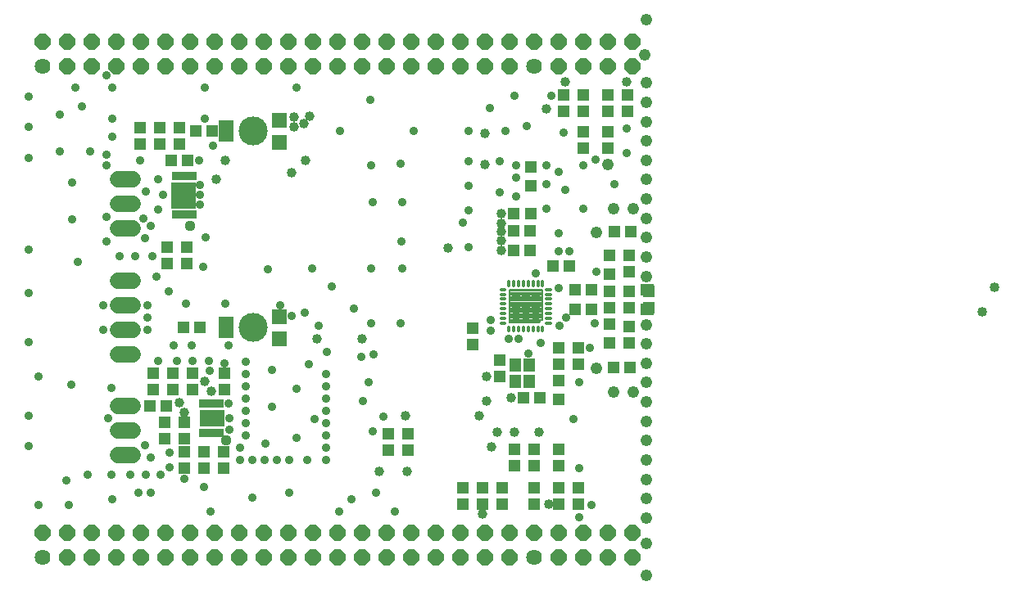
<source format=gts>
G75*
%MOIN*%
%OFA0B0*%
%FSLAX25Y25*%
%IPPOS*%
%LPD*%
%AMOC8*
5,1,8,0,0,1.08239X$1,22.5*
%
%ADD10C,0.11824*%
%ADD11R,0.05131X0.04737*%
%ADD12R,0.04934X0.05052*%
%ADD13R,0.04737X0.05131*%
%ADD14R,0.04737X0.04737*%
%ADD15C,0.01378*%
%ADD16C,0.00787*%
%ADD17C,0.06400*%
%ADD18OC8,0.06400*%
%ADD19R,0.05800X0.04737*%
%ADD20C,0.03981*%
%ADD21R,0.04737X0.05524*%
%ADD22C,0.06800*%
%ADD23R,0.02000X0.03600*%
%ADD24R,0.09900X0.10637*%
%ADD25R,0.09900X0.06700*%
%ADD26R,0.05918X0.05918*%
%ADD27R,0.05918X0.08674*%
%ADD28C,0.04762*%
%ADD29C,0.03581*%
%ADD30C,0.03975*%
%ADD31C,0.04369*%
D10*
X0155595Y0154933D03*
X0155595Y0234933D03*
D11*
X0128997Y0223008D03*
X0122304Y0223008D03*
X0125595Y0229587D03*
X0117595Y0229587D03*
X0117595Y0236280D03*
X0125595Y0236280D03*
X0109595Y0236280D03*
X0109595Y0229587D03*
X0120595Y0187780D03*
X0128595Y0187780D03*
X0128595Y0181087D03*
X0120595Y0181087D03*
X0123095Y0136280D03*
X0115095Y0136280D03*
X0115095Y0129587D03*
X0123095Y0129587D03*
X0119595Y0116280D03*
X0127595Y0116280D03*
X0127595Y0109587D03*
X0127595Y0104280D03*
X0135595Y0104280D03*
X0143595Y0104280D03*
X0143595Y0097587D03*
X0135595Y0097587D03*
X0127595Y0097587D03*
X0119595Y0109587D03*
X0144095Y0129587D03*
X0144095Y0136280D03*
X0210595Y0111780D03*
X0218595Y0111780D03*
X0218595Y0105087D03*
X0210595Y0105087D03*
X0241095Y0089780D03*
X0249095Y0089780D03*
X0257095Y0089780D03*
X0270095Y0089780D03*
X0270095Y0083087D03*
X0257095Y0083087D03*
X0249095Y0083087D03*
X0241095Y0083087D03*
X0262095Y0098587D03*
X0270095Y0098587D03*
X0270095Y0105280D03*
X0262095Y0105280D03*
X0280095Y0105280D03*
X0280095Y0098587D03*
X0280095Y0089780D03*
X0288095Y0089780D03*
X0288095Y0083087D03*
X0280095Y0083087D03*
X0272442Y0126433D03*
X0265749Y0126433D03*
X0280095Y0140087D03*
X0280095Y0146780D03*
X0302339Y0138510D03*
X0309032Y0138510D03*
X0316595Y0163087D03*
X0316595Y0169780D03*
X0284262Y0179941D03*
X0277570Y0179941D03*
X0268442Y0186433D03*
X0261749Y0186433D03*
X0261749Y0194433D03*
X0268442Y0194433D03*
X0302516Y0193923D03*
X0309209Y0193923D03*
X0300095Y0228087D03*
X0290095Y0228087D03*
X0290095Y0234780D03*
X0300095Y0234780D03*
X0300095Y0243087D03*
X0300095Y0249780D03*
X0308095Y0249780D03*
X0308095Y0243087D03*
X0290095Y0243087D03*
X0290095Y0249780D03*
X0282095Y0249780D03*
X0282095Y0243087D03*
X0245095Y0154780D03*
X0245095Y0148087D03*
D12*
X0261650Y0201433D03*
X0268540Y0201433D03*
D13*
X0308595Y0184280D03*
X0308595Y0177587D03*
X0308595Y0169780D03*
X0308595Y0163087D03*
X0300595Y0163087D03*
X0300595Y0169780D03*
X0293442Y0170433D03*
X0286749Y0170433D03*
X0286749Y0162433D03*
X0293442Y0162433D03*
X0308595Y0155280D03*
X0308595Y0148587D03*
X0288095Y0146780D03*
X0288095Y0140087D03*
X0255823Y0141709D03*
X0255823Y0135016D03*
X0133942Y0154933D03*
X0127249Y0154933D03*
X0131095Y0136280D03*
X0131095Y0129587D03*
X0120442Y0122933D03*
X0113749Y0122933D03*
X0132249Y0234933D03*
X0138942Y0234933D03*
D14*
X0268595Y0220370D03*
X0268595Y0212496D03*
X0300595Y0184370D03*
X0300595Y0176496D03*
X0300595Y0156370D03*
X0300595Y0148496D03*
X0280095Y0133370D03*
X0280095Y0125496D03*
D15*
X0273442Y0153520D02*
X0273442Y0155094D01*
X0271473Y0155094D02*
X0271473Y0153520D01*
X0269505Y0153520D02*
X0269505Y0155094D01*
X0267536Y0155094D02*
X0267536Y0153520D01*
X0265568Y0153520D02*
X0265568Y0155094D01*
X0263599Y0155094D02*
X0263599Y0153520D01*
X0261631Y0153520D02*
X0261631Y0155094D01*
X0259662Y0155094D02*
X0259662Y0153520D01*
X0258087Y0156669D02*
X0256512Y0156669D01*
X0256512Y0158638D02*
X0258087Y0158638D01*
X0258087Y0160606D02*
X0256512Y0160606D01*
X0256512Y0162575D02*
X0258087Y0162575D01*
X0258087Y0164543D02*
X0256512Y0164543D01*
X0256512Y0166512D02*
X0258087Y0166512D01*
X0258087Y0168480D02*
X0256512Y0168480D01*
X0256512Y0170449D02*
X0258087Y0170449D01*
X0259662Y0172024D02*
X0259662Y0173598D01*
X0261631Y0173598D02*
X0261631Y0172024D01*
X0263599Y0172024D02*
X0263599Y0173598D01*
X0265568Y0173598D02*
X0265568Y0172024D01*
X0267536Y0172024D02*
X0267536Y0173598D01*
X0269505Y0173598D02*
X0269505Y0172024D01*
X0271473Y0172024D02*
X0271473Y0173598D01*
X0273442Y0173598D02*
X0273442Y0172024D01*
X0275016Y0170449D02*
X0276591Y0170449D01*
X0276591Y0168480D02*
X0275016Y0168480D01*
X0275016Y0166512D02*
X0276591Y0166512D01*
X0276591Y0164543D02*
X0275016Y0164543D01*
X0275016Y0162575D02*
X0276591Y0162575D01*
X0276591Y0160606D02*
X0275016Y0160606D01*
X0275016Y0158638D02*
X0276591Y0158638D01*
X0276591Y0156669D02*
X0275016Y0156669D01*
D16*
X0273245Y0158047D02*
X0273245Y0170252D01*
X0259859Y0170252D01*
X0259859Y0156866D01*
X0272064Y0156866D01*
X0272060Y0157142D01*
X0272130Y0157409D01*
X0272267Y0157649D01*
X0272462Y0157844D01*
X0272702Y0157981D01*
X0272969Y0158050D01*
X0273245Y0158047D01*
X0272900Y0158033D02*
X0259859Y0158033D01*
X0259859Y0158819D02*
X0273245Y0158819D01*
X0273245Y0159605D02*
X0259859Y0159605D01*
X0259859Y0160390D02*
X0273245Y0160390D01*
X0273245Y0161176D02*
X0259859Y0161176D01*
X0259859Y0161962D02*
X0273245Y0161962D01*
X0273245Y0162748D02*
X0259859Y0162748D01*
X0259859Y0163534D02*
X0273245Y0163534D01*
X0273245Y0164320D02*
X0259859Y0164320D01*
X0259859Y0165106D02*
X0273245Y0165106D01*
X0273245Y0165892D02*
X0259859Y0165892D01*
X0259859Y0166678D02*
X0273245Y0166678D01*
X0273245Y0167464D02*
X0259859Y0167464D01*
X0259859Y0168250D02*
X0273245Y0168250D01*
X0273245Y0169035D02*
X0259859Y0169035D01*
X0259859Y0169821D02*
X0273245Y0169821D01*
X0272088Y0157247D02*
X0259859Y0157247D01*
D17*
X0070095Y0061433D03*
X0270095Y0061433D03*
X0270095Y0261433D03*
X0070095Y0261433D03*
D18*
X0080095Y0261433D03*
X0090095Y0261433D03*
X0100095Y0261433D03*
X0110095Y0261433D03*
X0120095Y0261433D03*
X0130095Y0261433D03*
X0130095Y0271433D03*
X0120095Y0271433D03*
X0110095Y0271433D03*
X0100095Y0271433D03*
X0090095Y0271433D03*
X0080095Y0271433D03*
X0070095Y0271433D03*
X0140095Y0271433D03*
X0150095Y0271433D03*
X0160095Y0271433D03*
X0170095Y0271433D03*
X0180095Y0271433D03*
X0190095Y0271433D03*
X0200095Y0271433D03*
X0200095Y0261433D03*
X0190095Y0261433D03*
X0180095Y0261433D03*
X0170095Y0261433D03*
X0160095Y0261433D03*
X0150095Y0261433D03*
X0140095Y0261433D03*
X0210095Y0261433D03*
X0220095Y0261433D03*
X0230095Y0261433D03*
X0240095Y0261433D03*
X0250095Y0261433D03*
X0260095Y0261433D03*
X0260095Y0271433D03*
X0250095Y0271433D03*
X0240095Y0271433D03*
X0230095Y0271433D03*
X0220095Y0271433D03*
X0210095Y0271433D03*
X0270095Y0271433D03*
X0280095Y0271433D03*
X0290095Y0271433D03*
X0300095Y0271433D03*
X0310095Y0271433D03*
X0310095Y0261433D03*
X0300095Y0261433D03*
X0290095Y0261433D03*
X0280095Y0261433D03*
X0280095Y0071433D03*
X0290095Y0071433D03*
X0300095Y0071433D03*
X0310095Y0071433D03*
X0310095Y0061433D03*
X0300095Y0061433D03*
X0290095Y0061433D03*
X0280095Y0061433D03*
X0270095Y0071433D03*
X0260095Y0071433D03*
X0250095Y0071433D03*
X0240095Y0071433D03*
X0230095Y0071433D03*
X0220095Y0071433D03*
X0210095Y0071433D03*
X0200095Y0071433D03*
X0190095Y0071433D03*
X0180095Y0071433D03*
X0170095Y0071433D03*
X0160095Y0071433D03*
X0150095Y0071433D03*
X0140095Y0071433D03*
X0130095Y0071433D03*
X0120095Y0071433D03*
X0110095Y0071433D03*
X0100095Y0071433D03*
X0090095Y0071433D03*
X0080095Y0071433D03*
X0070095Y0071433D03*
X0080095Y0061433D03*
X0090095Y0061433D03*
X0100095Y0061433D03*
X0110095Y0061433D03*
X0120095Y0061433D03*
X0130095Y0061433D03*
X0140095Y0061433D03*
X0150095Y0061433D03*
X0160095Y0061433D03*
X0170095Y0061433D03*
X0180095Y0061433D03*
X0190095Y0061433D03*
X0200095Y0061433D03*
X0210095Y0061433D03*
X0220095Y0061433D03*
X0230095Y0061433D03*
X0240095Y0061433D03*
X0250095Y0061433D03*
X0260095Y0061433D03*
D19*
X0316030Y0162398D03*
X0316030Y0170321D03*
D20*
X0452349Y0161463D03*
X0457320Y0171256D03*
D21*
X0267851Y0139780D03*
X0262339Y0139780D03*
X0262339Y0133087D03*
X0267851Y0133087D03*
D22*
X0106595Y0122933D02*
X0100595Y0122933D01*
X0100595Y0112933D02*
X0106595Y0112933D01*
X0106595Y0102933D02*
X0100595Y0102933D01*
X0100595Y0143933D02*
X0106595Y0143933D01*
X0106595Y0153933D02*
X0100595Y0153933D01*
X0100595Y0163933D02*
X0106595Y0163933D01*
X0106595Y0173933D02*
X0100595Y0173933D01*
X0100595Y0195433D02*
X0106595Y0195433D01*
X0106595Y0205433D02*
X0100595Y0205433D01*
X0100595Y0215433D02*
X0106595Y0215433D01*
D23*
X0123695Y0216802D03*
X0125595Y0216802D03*
X0127595Y0216802D03*
X0129595Y0216802D03*
X0131495Y0216802D03*
X0131495Y0201065D03*
X0129595Y0201065D03*
X0127595Y0201065D03*
X0125595Y0201065D03*
X0123695Y0201065D03*
X0134695Y0123833D03*
X0136595Y0123833D03*
X0138595Y0123833D03*
X0140595Y0123833D03*
X0142495Y0123833D03*
X0142495Y0112033D03*
X0140595Y0112033D03*
X0138595Y0112033D03*
X0136595Y0112033D03*
X0134695Y0112033D03*
D24*
X0127195Y0208733D03*
D25*
X0138995Y0118133D03*
D26*
X0166422Y0150406D03*
X0166422Y0159461D03*
X0166422Y0230406D03*
X0166422Y0239461D03*
D27*
X0144768Y0234933D03*
X0144768Y0154933D03*
D28*
X0295351Y0138411D03*
X0302241Y0128569D03*
X0310115Y0128569D03*
X0315489Y0132506D03*
X0315489Y0124632D03*
X0315489Y0116758D03*
X0315489Y0108884D03*
X0315489Y0101010D03*
X0315489Y0093136D03*
X0315489Y0085262D03*
X0315489Y0077388D03*
X0315489Y0067014D03*
X0315489Y0054140D03*
X0315489Y0140380D03*
X0315489Y0148254D03*
X0315489Y0156128D03*
X0315489Y0175813D03*
X0315489Y0183687D03*
X0315489Y0191561D03*
X0315489Y0199435D03*
X0310115Y0203372D03*
X0315489Y0207309D03*
X0315489Y0215183D03*
X0315489Y0223057D03*
X0315489Y0230931D03*
X0315489Y0238805D03*
X0315489Y0246679D03*
X0315489Y0254553D03*
X0314989Y0265927D03*
X0315489Y0280301D03*
X0300095Y0221433D03*
X0302241Y0203372D03*
X0295351Y0193530D03*
D29*
X0290036Y0203402D03*
X0282536Y0210902D03*
X0280036Y0218402D03*
X0275036Y0220902D03*
X0262536Y0220902D03*
X0262536Y0215902D03*
X0262536Y0208402D03*
X0255823Y0210144D03*
X0243323Y0212644D03*
X0243323Y0202644D03*
X0240823Y0197644D03*
X0243323Y0187644D03*
X0215823Y0190144D03*
X0216190Y0179130D03*
X0203690Y0179130D03*
X0187690Y0171630D03*
X0179690Y0179130D03*
X0161690Y0178630D03*
X0144190Y0164630D03*
X0128190Y0164630D03*
X0121190Y0169630D03*
X0116190Y0175630D03*
X0114690Y0184130D03*
X0107690Y0184130D03*
X0101190Y0184130D03*
X0096095Y0189933D03*
X0084323Y0181644D03*
X0064323Y0186644D03*
X0081823Y0199144D03*
X0096095Y0199933D03*
X0111095Y0199433D03*
X0114095Y0196433D03*
X0111595Y0191433D03*
X0117095Y0202933D03*
X0124595Y0205433D03*
X0127595Y0208933D03*
X0130095Y0211933D03*
X0134095Y0212933D03*
X0134095Y0208933D03*
X0130095Y0205433D03*
X0134095Y0204933D03*
X0124595Y0211933D03*
X0119095Y0208933D03*
X0112095Y0210433D03*
X0117095Y0215433D03*
X0109595Y0222933D03*
X0096095Y0220933D03*
X0096095Y0225433D03*
X0089323Y0226644D03*
X0098323Y0232644D03*
X0098323Y0240144D03*
X0085823Y0245144D03*
X0076823Y0241644D03*
X0064323Y0236644D03*
X0076823Y0226644D03*
X0064323Y0224144D03*
X0081823Y0214144D03*
X0133595Y0222933D03*
X0139323Y0229144D03*
X0135823Y0240144D03*
X0135823Y0252644D03*
X0098323Y0252644D03*
X0095823Y0257644D03*
X0083323Y0252644D03*
X0064323Y0249144D03*
X0136190Y0191630D03*
X0135190Y0179630D03*
X0112690Y0164130D03*
X0112690Y0159130D03*
X0112690Y0154130D03*
X0123190Y0147630D03*
X0130690Y0147630D03*
X0131095Y0141433D03*
X0137595Y0141433D03*
X0138095Y0137433D03*
X0144095Y0140433D03*
X0152690Y0141130D03*
X0152690Y0136130D03*
X0152690Y0131130D03*
X0152690Y0126130D03*
X0145595Y0123933D03*
X0152690Y0121130D03*
X0152690Y0116130D03*
X0146095Y0117933D03*
X0142434Y0118189D03*
X0139284Y0118189D03*
X0136135Y0118189D03*
X0146095Y0113433D03*
X0152690Y0111130D03*
X0150190Y0106130D03*
X0150190Y0101130D03*
X0155190Y0101130D03*
X0160190Y0101130D03*
X0165190Y0101130D03*
X0170190Y0101130D03*
X0177690Y0101130D03*
X0185190Y0101130D03*
X0185190Y0106130D03*
X0185190Y0111130D03*
X0185190Y0116130D03*
X0180690Y0117630D03*
X0185190Y0121130D03*
X0185190Y0126130D03*
X0185190Y0131130D03*
X0185190Y0136130D03*
X0178190Y0140130D03*
X0185690Y0145130D03*
X0182190Y0155630D03*
X0176690Y0161130D03*
X0171190Y0159630D03*
X0166690Y0164130D03*
X0145690Y0147630D03*
X0163190Y0137630D03*
X0173190Y0130130D03*
X0163190Y0122630D03*
X0173190Y0110130D03*
X0160690Y0107630D03*
X0135690Y0090130D03*
X0127595Y0093433D03*
X0121595Y0097933D03*
X0118095Y0094933D03*
X0112095Y0094933D03*
X0105595Y0094933D03*
X0098095Y0094933D03*
X0109012Y0087496D03*
X0114091Y0087496D03*
X0098190Y0085130D03*
X0088190Y0095130D03*
X0079642Y0092732D03*
X0080690Y0082630D03*
X0068190Y0082630D03*
X0064323Y0106644D03*
X0064323Y0119144D03*
X0081690Y0131630D03*
X0068190Y0135130D03*
X0064323Y0149144D03*
X0064323Y0169144D03*
X0094690Y0164130D03*
X0094690Y0154130D03*
X0117095Y0141433D03*
X0124595Y0141433D03*
X0098095Y0130433D03*
X0096595Y0117933D03*
X0111595Y0106933D03*
X0114095Y0101933D03*
X0121595Y0103933D03*
X0155190Y0085630D03*
X0170190Y0087630D03*
X0190690Y0080130D03*
X0195690Y0085130D03*
X0205690Y0087630D03*
X0213190Y0080130D03*
X0204190Y0112630D03*
X0208690Y0118630D03*
X0200190Y0125130D03*
X0202690Y0132630D03*
X0199690Y0143130D03*
X0204690Y0144130D03*
X0203690Y0156630D03*
X0196690Y0162630D03*
X0215690Y0156630D03*
X0252280Y0158130D03*
X0252280Y0153693D03*
X0259662Y0150280D03*
X0263599Y0150280D03*
X0272703Y0148785D03*
X0267599Y0144280D03*
X0280203Y0155535D03*
X0282784Y0159138D03*
X0270489Y0159622D03*
X0270489Y0163559D03*
X0266552Y0163559D03*
X0266552Y0159622D03*
X0262615Y0159622D03*
X0262615Y0163559D03*
X0262615Y0167496D03*
X0266552Y0167496D03*
X0270489Y0167496D03*
X0279839Y0170941D03*
X0270489Y0176846D03*
X0280036Y0185902D03*
X0284422Y0185974D03*
X0280036Y0193402D03*
X0275036Y0203402D03*
X0275036Y0213402D03*
X0290036Y0220902D03*
X0295036Y0223402D03*
X0307536Y0225902D03*
X0307536Y0235902D03*
X0281886Y0234366D03*
X0266886Y0236866D03*
X0258323Y0235144D03*
X0251886Y0244366D03*
X0261886Y0249366D03*
X0276886Y0249366D03*
X0243323Y0235144D03*
X0243323Y0222644D03*
X0255823Y0222644D03*
X0220823Y0235144D03*
X0203323Y0247644D03*
X0190823Y0235144D03*
X0203690Y0221130D03*
X0215690Y0221630D03*
X0216190Y0206130D03*
X0204190Y0206130D03*
X0173323Y0252644D03*
X0295203Y0177535D03*
X0294690Y0156630D03*
X0292690Y0146630D03*
X0288323Y0132644D03*
X0285823Y0117644D03*
X0288323Y0097644D03*
X0293323Y0082644D03*
X0288323Y0077644D03*
X0138190Y0080130D03*
X0302536Y0213402D03*
D30*
X0256595Y0201433D03*
X0256595Y0197433D03*
X0256595Y0193933D03*
X0256595Y0190433D03*
X0256595Y0186433D03*
X0235095Y0187433D03*
X0250095Y0221433D03*
X0250095Y0233933D03*
X0275095Y0243933D03*
X0282595Y0254933D03*
X0307595Y0254933D03*
X0178658Y0240984D03*
X0176158Y0237984D03*
X0172158Y0236484D03*
X0172158Y0240484D03*
X0176827Y0222906D03*
X0171158Y0217984D03*
X0144347Y0222866D03*
X0140705Y0215248D03*
X0181595Y0150433D03*
X0200095Y0150433D03*
X0217595Y0118933D03*
X0247595Y0118933D03*
X0250595Y0124933D03*
X0260595Y0126433D03*
X0250595Y0134933D03*
X0255095Y0112433D03*
X0252595Y0106433D03*
X0262095Y0112433D03*
X0272095Y0112433D03*
X0276095Y0082933D03*
X0249095Y0078933D03*
X0218304Y0096433D03*
X0207095Y0096433D03*
X0138595Y0128933D03*
X0136095Y0132933D03*
X0125595Y0124433D03*
X0127595Y0120433D03*
D31*
X0144595Y0108933D03*
X0130095Y0196433D03*
M02*

</source>
